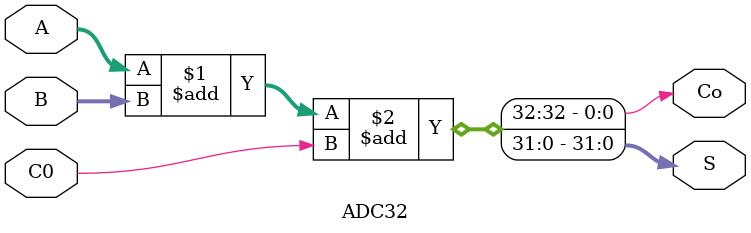
<source format=v>
`timescale 1ns / 1ps
module ADC32(input [31:0] A, 
				 input [31:0] B, 
				 input  C0,
				 output [31:0] S,
				 output Co
				  );
				  
//wire B_Notation;

//			wire B_Notation = C0 ^ 1'b0;	  
//			assign {Co,S} = {1'b0,A} + {B_Notation,B} + C0;		//Unsigned
//			assign {Co,S} = {A[31],A} + {B[31],B} + C0;			//sign
			assign {Co,S} = A + B + C0;								//sign

endmodule

</source>
